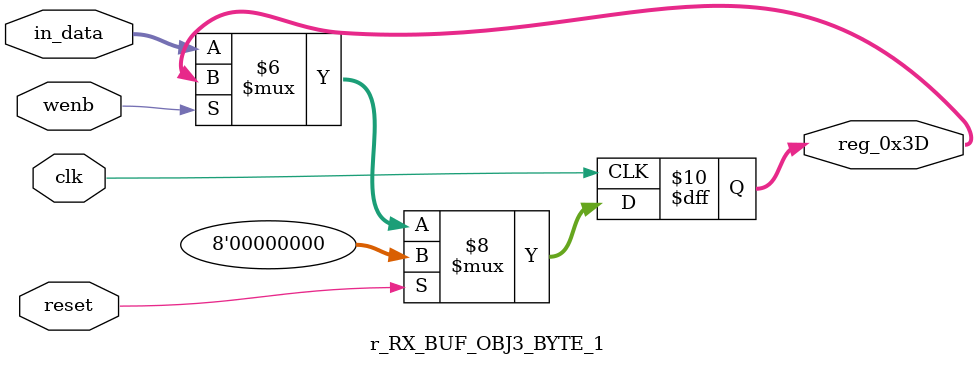
<source format=v>
module r_RX_BUF_OBJ3_BYTE_1(output reg [7:0] reg_0x3D, input wire reset, input wire wenb, input wire [7:0] in_data, input wire clk);
	always@(posedge clk)
	begin
		if(reset==0) begin
			if(wenb==0)
				reg_0x3D<=in_data;
			else
				reg_0x3D<=reg_0x3D;
		end
		else
			reg_0x3D<=8'h00;
	end
endmodule
</source>
